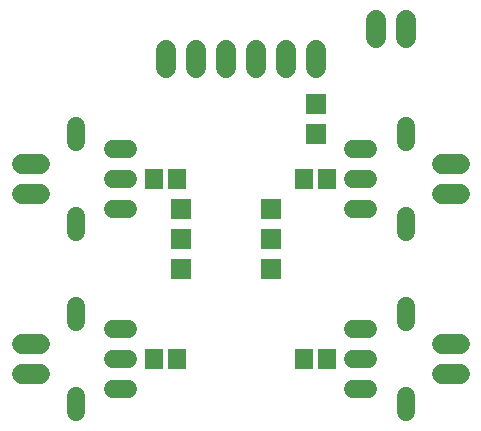
<source format=gbr>
G04 EAGLE Gerber RS-274X export*
G75*
%MOMM*%
%FSLAX34Y34*%
%LPD*%
%INSoldermask Bottom*%
%IPPOS*%
%AMOC8*
5,1,8,0,0,1.08239X$1,22.5*%
G01*
%ADD10C,1.727200*%
%ADD11C,1.524000*%
%ADD12R,1.503200X1.703200*%
%ADD13R,1.703200X1.703200*%


D10*
X177800Y309880D02*
X177800Y325120D01*
X203200Y325120D02*
X203200Y309880D01*
X228600Y309880D02*
X228600Y325120D01*
X254000Y325120D02*
X254000Y309880D01*
X279400Y309880D02*
X279400Y325120D01*
X304800Y325120D02*
X304800Y309880D01*
D11*
X101600Y184404D02*
X101600Y171196D01*
X101600Y247396D02*
X101600Y260604D01*
X101600Y108204D02*
X101600Y94996D01*
X101600Y32004D02*
X101600Y18796D01*
X381000Y94996D02*
X381000Y108204D01*
X381000Y32004D02*
X381000Y18796D01*
X381000Y171196D02*
X381000Y184404D01*
X381000Y247396D02*
X381000Y260604D01*
D10*
X71120Y203200D02*
X55880Y203200D01*
X55880Y228600D02*
X71120Y228600D01*
X71120Y76200D02*
X55880Y76200D01*
X55880Y50800D02*
X71120Y50800D01*
X411480Y76200D02*
X426720Y76200D01*
X426720Y50800D02*
X411480Y50800D01*
X411480Y203200D02*
X426720Y203200D01*
X426720Y228600D02*
X411480Y228600D01*
X381000Y335280D02*
X381000Y350520D01*
X355600Y350520D02*
X355600Y335280D01*
D12*
X187300Y215900D03*
X168300Y215900D03*
X187300Y63500D03*
X168300Y63500D03*
X295300Y63500D03*
X314300Y63500D03*
X295300Y215900D03*
X314300Y215900D03*
D11*
X146304Y241300D02*
X133096Y241300D01*
X133096Y190500D02*
X146304Y190500D01*
X146304Y215900D02*
X133096Y215900D01*
X133096Y38100D02*
X146304Y38100D01*
X146304Y88900D02*
X133096Y88900D01*
X133096Y63500D02*
X146304Y63500D01*
X336296Y38100D02*
X349504Y38100D01*
X349504Y88900D02*
X336296Y88900D01*
X336296Y63500D02*
X349504Y63500D01*
X349504Y241300D02*
X336296Y241300D01*
X336296Y190500D02*
X349504Y190500D01*
X349504Y215900D02*
X336296Y215900D01*
D13*
X190500Y190500D03*
X190500Y165100D03*
X190500Y139700D03*
X266700Y190500D03*
X266700Y165100D03*
X266700Y139700D03*
X304800Y279400D03*
X304800Y254000D03*
M02*

</source>
